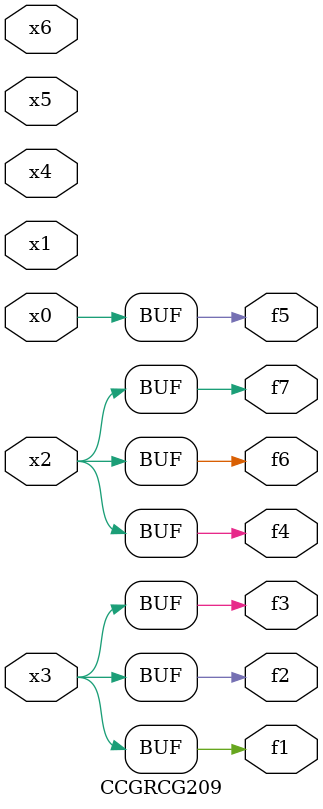
<source format=v>
module CCGRCG209(
	input x0, x1, x2, x3, x4, x5, x6,
	output f1, f2, f3, f4, f5, f6, f7
);
	assign f1 = x3;
	assign f2 = x3;
	assign f3 = x3;
	assign f4 = x2;
	assign f5 = x0;
	assign f6 = x2;
	assign f7 = x2;
endmodule

</source>
